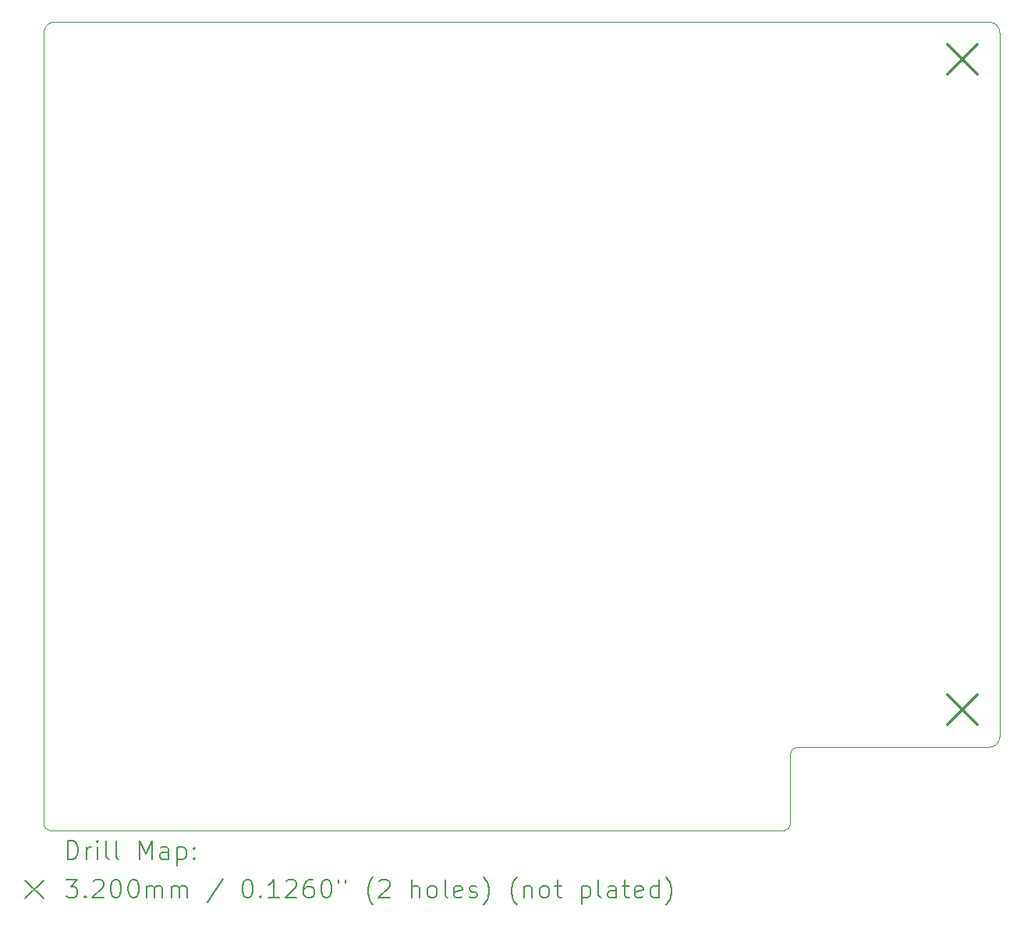
<source format=gbr>
%TF.GenerationSoftware,KiCad,Pcbnew,7.0.6*%
%TF.CreationDate,2023-08-29T13:14:26+02:00*%
%TF.ProjectId,ps2_mouse_to_serial_port_adapter_ISA_card,7073325f-6d6f-4757-9365-5f746f5f7365,rev?*%
%TF.SameCoordinates,Original*%
%TF.FileFunction,Drillmap*%
%TF.FilePolarity,Positive*%
%FSLAX45Y45*%
G04 Gerber Fmt 4.5, Leading zero omitted, Abs format (unit mm)*
G04 Created by KiCad (PCBNEW 7.0.6) date 2023-08-29 13:14:26*
%MOMM*%
%LPD*%
G01*
G04 APERTURE LIST*
%ADD10C,0.050000*%
%ADD11C,0.200000*%
%ADD12C,0.320000*%
G04 APERTURE END LIST*
D10*
X1282700Y-9982200D02*
G75*
G03*
X1346200Y-10045700I63500J0D01*
G01*
X1397000Y-1270000D02*
X11544300Y-1270000D01*
X11658600Y-1384300D02*
X11658600Y-9029700D01*
X1397000Y-1270000D02*
G75*
G03*
X1282700Y-1384300I0J-114300D01*
G01*
X11544300Y-9144000D02*
G75*
G03*
X11658600Y-9029700I0J114300D01*
G01*
X9321800Y-10045700D02*
G75*
G03*
X9385300Y-9982200I0J63500D01*
G01*
X9461500Y-9144000D02*
G75*
G03*
X9385300Y-9220200I0J-76200D01*
G01*
X11658600Y-1384300D02*
G75*
G03*
X11544300Y-1270000I-114300J0D01*
G01*
X9321800Y-10045700D02*
X1346200Y-10045700D01*
X9461500Y-9144000D02*
X11544300Y-9144000D01*
X9385300Y-9220200D02*
X9385300Y-9982200D01*
X1282700Y-9982200D02*
X1282700Y-1384300D01*
D11*
D12*
X11092200Y-1516400D02*
X11412200Y-1836400D01*
X11412200Y-1516400D02*
X11092200Y-1836400D01*
X11092200Y-8577600D02*
X11412200Y-8897600D01*
X11412200Y-8577600D02*
X11092200Y-8897600D01*
D11*
X1540977Y-10359684D02*
X1540977Y-10159684D01*
X1540977Y-10159684D02*
X1588596Y-10159684D01*
X1588596Y-10159684D02*
X1617167Y-10169208D01*
X1617167Y-10169208D02*
X1636215Y-10188255D01*
X1636215Y-10188255D02*
X1645739Y-10207303D01*
X1645739Y-10207303D02*
X1655262Y-10245398D01*
X1655262Y-10245398D02*
X1655262Y-10273970D01*
X1655262Y-10273970D02*
X1645739Y-10312065D01*
X1645739Y-10312065D02*
X1636215Y-10331112D01*
X1636215Y-10331112D02*
X1617167Y-10350160D01*
X1617167Y-10350160D02*
X1588596Y-10359684D01*
X1588596Y-10359684D02*
X1540977Y-10359684D01*
X1740977Y-10359684D02*
X1740977Y-10226350D01*
X1740977Y-10264446D02*
X1750501Y-10245398D01*
X1750501Y-10245398D02*
X1760024Y-10235874D01*
X1760024Y-10235874D02*
X1779072Y-10226350D01*
X1779072Y-10226350D02*
X1798120Y-10226350D01*
X1864786Y-10359684D02*
X1864786Y-10226350D01*
X1864786Y-10159684D02*
X1855262Y-10169208D01*
X1855262Y-10169208D02*
X1864786Y-10178731D01*
X1864786Y-10178731D02*
X1874310Y-10169208D01*
X1874310Y-10169208D02*
X1864786Y-10159684D01*
X1864786Y-10159684D02*
X1864786Y-10178731D01*
X1988596Y-10359684D02*
X1969548Y-10350160D01*
X1969548Y-10350160D02*
X1960024Y-10331112D01*
X1960024Y-10331112D02*
X1960024Y-10159684D01*
X2093358Y-10359684D02*
X2074310Y-10350160D01*
X2074310Y-10350160D02*
X2064786Y-10331112D01*
X2064786Y-10331112D02*
X2064786Y-10159684D01*
X2321929Y-10359684D02*
X2321929Y-10159684D01*
X2321929Y-10159684D02*
X2388596Y-10302541D01*
X2388596Y-10302541D02*
X2455263Y-10159684D01*
X2455263Y-10159684D02*
X2455263Y-10359684D01*
X2636215Y-10359684D02*
X2636215Y-10254922D01*
X2636215Y-10254922D02*
X2626691Y-10235874D01*
X2626691Y-10235874D02*
X2607644Y-10226350D01*
X2607644Y-10226350D02*
X2569548Y-10226350D01*
X2569548Y-10226350D02*
X2550501Y-10235874D01*
X2636215Y-10350160D02*
X2617167Y-10359684D01*
X2617167Y-10359684D02*
X2569548Y-10359684D01*
X2569548Y-10359684D02*
X2550501Y-10350160D01*
X2550501Y-10350160D02*
X2540977Y-10331112D01*
X2540977Y-10331112D02*
X2540977Y-10312065D01*
X2540977Y-10312065D02*
X2550501Y-10293017D01*
X2550501Y-10293017D02*
X2569548Y-10283493D01*
X2569548Y-10283493D02*
X2617167Y-10283493D01*
X2617167Y-10283493D02*
X2636215Y-10273970D01*
X2731453Y-10226350D02*
X2731453Y-10426350D01*
X2731453Y-10235874D02*
X2750501Y-10226350D01*
X2750501Y-10226350D02*
X2788596Y-10226350D01*
X2788596Y-10226350D02*
X2807643Y-10235874D01*
X2807643Y-10235874D02*
X2817167Y-10245398D01*
X2817167Y-10245398D02*
X2826691Y-10264446D01*
X2826691Y-10264446D02*
X2826691Y-10321589D01*
X2826691Y-10321589D02*
X2817167Y-10340636D01*
X2817167Y-10340636D02*
X2807643Y-10350160D01*
X2807643Y-10350160D02*
X2788596Y-10359684D01*
X2788596Y-10359684D02*
X2750501Y-10359684D01*
X2750501Y-10359684D02*
X2731453Y-10350160D01*
X2912405Y-10340636D02*
X2921929Y-10350160D01*
X2921929Y-10350160D02*
X2912405Y-10359684D01*
X2912405Y-10359684D02*
X2902882Y-10350160D01*
X2902882Y-10350160D02*
X2912405Y-10340636D01*
X2912405Y-10340636D02*
X2912405Y-10359684D01*
X2912405Y-10235874D02*
X2921929Y-10245398D01*
X2921929Y-10245398D02*
X2912405Y-10254922D01*
X2912405Y-10254922D02*
X2902882Y-10245398D01*
X2902882Y-10245398D02*
X2912405Y-10235874D01*
X2912405Y-10235874D02*
X2912405Y-10254922D01*
X1080200Y-10588200D02*
X1280200Y-10788200D01*
X1280200Y-10588200D02*
X1080200Y-10788200D01*
X1521929Y-10579684D02*
X1645739Y-10579684D01*
X1645739Y-10579684D02*
X1579072Y-10655874D01*
X1579072Y-10655874D02*
X1607643Y-10655874D01*
X1607643Y-10655874D02*
X1626691Y-10665398D01*
X1626691Y-10665398D02*
X1636215Y-10674922D01*
X1636215Y-10674922D02*
X1645739Y-10693970D01*
X1645739Y-10693970D02*
X1645739Y-10741589D01*
X1645739Y-10741589D02*
X1636215Y-10760636D01*
X1636215Y-10760636D02*
X1626691Y-10770160D01*
X1626691Y-10770160D02*
X1607643Y-10779684D01*
X1607643Y-10779684D02*
X1550501Y-10779684D01*
X1550501Y-10779684D02*
X1531453Y-10770160D01*
X1531453Y-10770160D02*
X1521929Y-10760636D01*
X1731453Y-10760636D02*
X1740977Y-10770160D01*
X1740977Y-10770160D02*
X1731453Y-10779684D01*
X1731453Y-10779684D02*
X1721929Y-10770160D01*
X1721929Y-10770160D02*
X1731453Y-10760636D01*
X1731453Y-10760636D02*
X1731453Y-10779684D01*
X1817167Y-10598731D02*
X1826691Y-10589208D01*
X1826691Y-10589208D02*
X1845739Y-10579684D01*
X1845739Y-10579684D02*
X1893358Y-10579684D01*
X1893358Y-10579684D02*
X1912405Y-10589208D01*
X1912405Y-10589208D02*
X1921929Y-10598731D01*
X1921929Y-10598731D02*
X1931453Y-10617779D01*
X1931453Y-10617779D02*
X1931453Y-10636827D01*
X1931453Y-10636827D02*
X1921929Y-10665398D01*
X1921929Y-10665398D02*
X1807643Y-10779684D01*
X1807643Y-10779684D02*
X1931453Y-10779684D01*
X2055262Y-10579684D02*
X2074310Y-10579684D01*
X2074310Y-10579684D02*
X2093358Y-10589208D01*
X2093358Y-10589208D02*
X2102882Y-10598731D01*
X2102882Y-10598731D02*
X2112405Y-10617779D01*
X2112405Y-10617779D02*
X2121929Y-10655874D01*
X2121929Y-10655874D02*
X2121929Y-10703493D01*
X2121929Y-10703493D02*
X2112405Y-10741589D01*
X2112405Y-10741589D02*
X2102882Y-10760636D01*
X2102882Y-10760636D02*
X2093358Y-10770160D01*
X2093358Y-10770160D02*
X2074310Y-10779684D01*
X2074310Y-10779684D02*
X2055262Y-10779684D01*
X2055262Y-10779684D02*
X2036215Y-10770160D01*
X2036215Y-10770160D02*
X2026691Y-10760636D01*
X2026691Y-10760636D02*
X2017167Y-10741589D01*
X2017167Y-10741589D02*
X2007643Y-10703493D01*
X2007643Y-10703493D02*
X2007643Y-10655874D01*
X2007643Y-10655874D02*
X2017167Y-10617779D01*
X2017167Y-10617779D02*
X2026691Y-10598731D01*
X2026691Y-10598731D02*
X2036215Y-10589208D01*
X2036215Y-10589208D02*
X2055262Y-10579684D01*
X2245739Y-10579684D02*
X2264786Y-10579684D01*
X2264786Y-10579684D02*
X2283834Y-10589208D01*
X2283834Y-10589208D02*
X2293358Y-10598731D01*
X2293358Y-10598731D02*
X2302882Y-10617779D01*
X2302882Y-10617779D02*
X2312405Y-10655874D01*
X2312405Y-10655874D02*
X2312405Y-10703493D01*
X2312405Y-10703493D02*
X2302882Y-10741589D01*
X2302882Y-10741589D02*
X2293358Y-10760636D01*
X2293358Y-10760636D02*
X2283834Y-10770160D01*
X2283834Y-10770160D02*
X2264786Y-10779684D01*
X2264786Y-10779684D02*
X2245739Y-10779684D01*
X2245739Y-10779684D02*
X2226691Y-10770160D01*
X2226691Y-10770160D02*
X2217167Y-10760636D01*
X2217167Y-10760636D02*
X2207644Y-10741589D01*
X2207644Y-10741589D02*
X2198120Y-10703493D01*
X2198120Y-10703493D02*
X2198120Y-10655874D01*
X2198120Y-10655874D02*
X2207644Y-10617779D01*
X2207644Y-10617779D02*
X2217167Y-10598731D01*
X2217167Y-10598731D02*
X2226691Y-10589208D01*
X2226691Y-10589208D02*
X2245739Y-10579684D01*
X2398120Y-10779684D02*
X2398120Y-10646350D01*
X2398120Y-10665398D02*
X2407644Y-10655874D01*
X2407644Y-10655874D02*
X2426691Y-10646350D01*
X2426691Y-10646350D02*
X2455263Y-10646350D01*
X2455263Y-10646350D02*
X2474310Y-10655874D01*
X2474310Y-10655874D02*
X2483834Y-10674922D01*
X2483834Y-10674922D02*
X2483834Y-10779684D01*
X2483834Y-10674922D02*
X2493358Y-10655874D01*
X2493358Y-10655874D02*
X2512405Y-10646350D01*
X2512405Y-10646350D02*
X2540977Y-10646350D01*
X2540977Y-10646350D02*
X2560025Y-10655874D01*
X2560025Y-10655874D02*
X2569548Y-10674922D01*
X2569548Y-10674922D02*
X2569548Y-10779684D01*
X2664786Y-10779684D02*
X2664786Y-10646350D01*
X2664786Y-10665398D02*
X2674310Y-10655874D01*
X2674310Y-10655874D02*
X2693358Y-10646350D01*
X2693358Y-10646350D02*
X2721929Y-10646350D01*
X2721929Y-10646350D02*
X2740977Y-10655874D01*
X2740977Y-10655874D02*
X2750501Y-10674922D01*
X2750501Y-10674922D02*
X2750501Y-10779684D01*
X2750501Y-10674922D02*
X2760025Y-10655874D01*
X2760025Y-10655874D02*
X2779072Y-10646350D01*
X2779072Y-10646350D02*
X2807643Y-10646350D01*
X2807643Y-10646350D02*
X2826691Y-10655874D01*
X2826691Y-10655874D02*
X2836215Y-10674922D01*
X2836215Y-10674922D02*
X2836215Y-10779684D01*
X3226691Y-10570160D02*
X3055263Y-10827303D01*
X3483834Y-10579684D02*
X3502882Y-10579684D01*
X3502882Y-10579684D02*
X3521929Y-10589208D01*
X3521929Y-10589208D02*
X3531453Y-10598731D01*
X3531453Y-10598731D02*
X3540977Y-10617779D01*
X3540977Y-10617779D02*
X3550501Y-10655874D01*
X3550501Y-10655874D02*
X3550501Y-10703493D01*
X3550501Y-10703493D02*
X3540977Y-10741589D01*
X3540977Y-10741589D02*
X3531453Y-10760636D01*
X3531453Y-10760636D02*
X3521929Y-10770160D01*
X3521929Y-10770160D02*
X3502882Y-10779684D01*
X3502882Y-10779684D02*
X3483834Y-10779684D01*
X3483834Y-10779684D02*
X3464786Y-10770160D01*
X3464786Y-10770160D02*
X3455263Y-10760636D01*
X3455263Y-10760636D02*
X3445739Y-10741589D01*
X3445739Y-10741589D02*
X3436215Y-10703493D01*
X3436215Y-10703493D02*
X3436215Y-10655874D01*
X3436215Y-10655874D02*
X3445739Y-10617779D01*
X3445739Y-10617779D02*
X3455263Y-10598731D01*
X3455263Y-10598731D02*
X3464786Y-10589208D01*
X3464786Y-10589208D02*
X3483834Y-10579684D01*
X3636215Y-10760636D02*
X3645739Y-10770160D01*
X3645739Y-10770160D02*
X3636215Y-10779684D01*
X3636215Y-10779684D02*
X3626691Y-10770160D01*
X3626691Y-10770160D02*
X3636215Y-10760636D01*
X3636215Y-10760636D02*
X3636215Y-10779684D01*
X3836215Y-10779684D02*
X3721929Y-10779684D01*
X3779072Y-10779684D02*
X3779072Y-10579684D01*
X3779072Y-10579684D02*
X3760025Y-10608255D01*
X3760025Y-10608255D02*
X3740977Y-10627303D01*
X3740977Y-10627303D02*
X3721929Y-10636827D01*
X3912406Y-10598731D02*
X3921929Y-10589208D01*
X3921929Y-10589208D02*
X3940977Y-10579684D01*
X3940977Y-10579684D02*
X3988596Y-10579684D01*
X3988596Y-10579684D02*
X4007644Y-10589208D01*
X4007644Y-10589208D02*
X4017167Y-10598731D01*
X4017167Y-10598731D02*
X4026691Y-10617779D01*
X4026691Y-10617779D02*
X4026691Y-10636827D01*
X4026691Y-10636827D02*
X4017167Y-10665398D01*
X4017167Y-10665398D02*
X3902882Y-10779684D01*
X3902882Y-10779684D02*
X4026691Y-10779684D01*
X4198120Y-10579684D02*
X4160025Y-10579684D01*
X4160025Y-10579684D02*
X4140977Y-10589208D01*
X4140977Y-10589208D02*
X4131453Y-10598731D01*
X4131453Y-10598731D02*
X4112406Y-10627303D01*
X4112406Y-10627303D02*
X4102882Y-10665398D01*
X4102882Y-10665398D02*
X4102882Y-10741589D01*
X4102882Y-10741589D02*
X4112406Y-10760636D01*
X4112406Y-10760636D02*
X4121929Y-10770160D01*
X4121929Y-10770160D02*
X4140977Y-10779684D01*
X4140977Y-10779684D02*
X4179072Y-10779684D01*
X4179072Y-10779684D02*
X4198120Y-10770160D01*
X4198120Y-10770160D02*
X4207644Y-10760636D01*
X4207644Y-10760636D02*
X4217168Y-10741589D01*
X4217168Y-10741589D02*
X4217168Y-10693970D01*
X4217168Y-10693970D02*
X4207644Y-10674922D01*
X4207644Y-10674922D02*
X4198120Y-10665398D01*
X4198120Y-10665398D02*
X4179072Y-10655874D01*
X4179072Y-10655874D02*
X4140977Y-10655874D01*
X4140977Y-10655874D02*
X4121929Y-10665398D01*
X4121929Y-10665398D02*
X4112406Y-10674922D01*
X4112406Y-10674922D02*
X4102882Y-10693970D01*
X4340977Y-10579684D02*
X4360025Y-10579684D01*
X4360025Y-10579684D02*
X4379072Y-10589208D01*
X4379072Y-10589208D02*
X4388596Y-10598731D01*
X4388596Y-10598731D02*
X4398120Y-10617779D01*
X4398120Y-10617779D02*
X4407644Y-10655874D01*
X4407644Y-10655874D02*
X4407644Y-10703493D01*
X4407644Y-10703493D02*
X4398120Y-10741589D01*
X4398120Y-10741589D02*
X4388596Y-10760636D01*
X4388596Y-10760636D02*
X4379072Y-10770160D01*
X4379072Y-10770160D02*
X4360025Y-10779684D01*
X4360025Y-10779684D02*
X4340977Y-10779684D01*
X4340977Y-10779684D02*
X4321929Y-10770160D01*
X4321929Y-10770160D02*
X4312406Y-10760636D01*
X4312406Y-10760636D02*
X4302882Y-10741589D01*
X4302882Y-10741589D02*
X4293358Y-10703493D01*
X4293358Y-10703493D02*
X4293358Y-10655874D01*
X4293358Y-10655874D02*
X4302882Y-10617779D01*
X4302882Y-10617779D02*
X4312406Y-10598731D01*
X4312406Y-10598731D02*
X4321929Y-10589208D01*
X4321929Y-10589208D02*
X4340977Y-10579684D01*
X4483834Y-10579684D02*
X4483834Y-10617779D01*
X4560025Y-10579684D02*
X4560025Y-10617779D01*
X4855263Y-10855874D02*
X4845739Y-10846350D01*
X4845739Y-10846350D02*
X4826691Y-10817779D01*
X4826691Y-10817779D02*
X4817168Y-10798731D01*
X4817168Y-10798731D02*
X4807644Y-10770160D01*
X4807644Y-10770160D02*
X4798120Y-10722541D01*
X4798120Y-10722541D02*
X4798120Y-10684446D01*
X4798120Y-10684446D02*
X4807644Y-10636827D01*
X4807644Y-10636827D02*
X4817168Y-10608255D01*
X4817168Y-10608255D02*
X4826691Y-10589208D01*
X4826691Y-10589208D02*
X4845739Y-10560636D01*
X4845739Y-10560636D02*
X4855263Y-10551112D01*
X4921930Y-10598731D02*
X4931453Y-10589208D01*
X4931453Y-10589208D02*
X4950501Y-10579684D01*
X4950501Y-10579684D02*
X4998120Y-10579684D01*
X4998120Y-10579684D02*
X5017168Y-10589208D01*
X5017168Y-10589208D02*
X5026691Y-10598731D01*
X5026691Y-10598731D02*
X5036215Y-10617779D01*
X5036215Y-10617779D02*
X5036215Y-10636827D01*
X5036215Y-10636827D02*
X5026691Y-10665398D01*
X5026691Y-10665398D02*
X4912406Y-10779684D01*
X4912406Y-10779684D02*
X5036215Y-10779684D01*
X5274311Y-10779684D02*
X5274311Y-10579684D01*
X5360025Y-10779684D02*
X5360025Y-10674922D01*
X5360025Y-10674922D02*
X5350501Y-10655874D01*
X5350501Y-10655874D02*
X5331453Y-10646350D01*
X5331453Y-10646350D02*
X5302882Y-10646350D01*
X5302882Y-10646350D02*
X5283834Y-10655874D01*
X5283834Y-10655874D02*
X5274311Y-10665398D01*
X5483834Y-10779684D02*
X5464787Y-10770160D01*
X5464787Y-10770160D02*
X5455263Y-10760636D01*
X5455263Y-10760636D02*
X5445739Y-10741589D01*
X5445739Y-10741589D02*
X5445739Y-10684446D01*
X5445739Y-10684446D02*
X5455263Y-10665398D01*
X5455263Y-10665398D02*
X5464787Y-10655874D01*
X5464787Y-10655874D02*
X5483834Y-10646350D01*
X5483834Y-10646350D02*
X5512406Y-10646350D01*
X5512406Y-10646350D02*
X5531453Y-10655874D01*
X5531453Y-10655874D02*
X5540977Y-10665398D01*
X5540977Y-10665398D02*
X5550501Y-10684446D01*
X5550501Y-10684446D02*
X5550501Y-10741589D01*
X5550501Y-10741589D02*
X5540977Y-10760636D01*
X5540977Y-10760636D02*
X5531453Y-10770160D01*
X5531453Y-10770160D02*
X5512406Y-10779684D01*
X5512406Y-10779684D02*
X5483834Y-10779684D01*
X5664787Y-10779684D02*
X5645739Y-10770160D01*
X5645739Y-10770160D02*
X5636215Y-10751112D01*
X5636215Y-10751112D02*
X5636215Y-10579684D01*
X5817168Y-10770160D02*
X5798120Y-10779684D01*
X5798120Y-10779684D02*
X5760025Y-10779684D01*
X5760025Y-10779684D02*
X5740977Y-10770160D01*
X5740977Y-10770160D02*
X5731453Y-10751112D01*
X5731453Y-10751112D02*
X5731453Y-10674922D01*
X5731453Y-10674922D02*
X5740977Y-10655874D01*
X5740977Y-10655874D02*
X5760025Y-10646350D01*
X5760025Y-10646350D02*
X5798120Y-10646350D01*
X5798120Y-10646350D02*
X5817168Y-10655874D01*
X5817168Y-10655874D02*
X5826691Y-10674922D01*
X5826691Y-10674922D02*
X5826691Y-10693970D01*
X5826691Y-10693970D02*
X5731453Y-10713017D01*
X5902882Y-10770160D02*
X5921930Y-10779684D01*
X5921930Y-10779684D02*
X5960025Y-10779684D01*
X5960025Y-10779684D02*
X5979072Y-10770160D01*
X5979072Y-10770160D02*
X5988596Y-10751112D01*
X5988596Y-10751112D02*
X5988596Y-10741589D01*
X5988596Y-10741589D02*
X5979072Y-10722541D01*
X5979072Y-10722541D02*
X5960025Y-10713017D01*
X5960025Y-10713017D02*
X5931453Y-10713017D01*
X5931453Y-10713017D02*
X5912406Y-10703493D01*
X5912406Y-10703493D02*
X5902882Y-10684446D01*
X5902882Y-10684446D02*
X5902882Y-10674922D01*
X5902882Y-10674922D02*
X5912406Y-10655874D01*
X5912406Y-10655874D02*
X5931453Y-10646350D01*
X5931453Y-10646350D02*
X5960025Y-10646350D01*
X5960025Y-10646350D02*
X5979072Y-10655874D01*
X6055263Y-10855874D02*
X6064787Y-10846350D01*
X6064787Y-10846350D02*
X6083834Y-10817779D01*
X6083834Y-10817779D02*
X6093358Y-10798731D01*
X6093358Y-10798731D02*
X6102882Y-10770160D01*
X6102882Y-10770160D02*
X6112406Y-10722541D01*
X6112406Y-10722541D02*
X6112406Y-10684446D01*
X6112406Y-10684446D02*
X6102882Y-10636827D01*
X6102882Y-10636827D02*
X6093358Y-10608255D01*
X6093358Y-10608255D02*
X6083834Y-10589208D01*
X6083834Y-10589208D02*
X6064787Y-10560636D01*
X6064787Y-10560636D02*
X6055263Y-10551112D01*
X6417168Y-10855874D02*
X6407644Y-10846350D01*
X6407644Y-10846350D02*
X6388596Y-10817779D01*
X6388596Y-10817779D02*
X6379072Y-10798731D01*
X6379072Y-10798731D02*
X6369549Y-10770160D01*
X6369549Y-10770160D02*
X6360025Y-10722541D01*
X6360025Y-10722541D02*
X6360025Y-10684446D01*
X6360025Y-10684446D02*
X6369549Y-10636827D01*
X6369549Y-10636827D02*
X6379072Y-10608255D01*
X6379072Y-10608255D02*
X6388596Y-10589208D01*
X6388596Y-10589208D02*
X6407644Y-10560636D01*
X6407644Y-10560636D02*
X6417168Y-10551112D01*
X6493358Y-10646350D02*
X6493358Y-10779684D01*
X6493358Y-10665398D02*
X6502882Y-10655874D01*
X6502882Y-10655874D02*
X6521930Y-10646350D01*
X6521930Y-10646350D02*
X6550501Y-10646350D01*
X6550501Y-10646350D02*
X6569549Y-10655874D01*
X6569549Y-10655874D02*
X6579072Y-10674922D01*
X6579072Y-10674922D02*
X6579072Y-10779684D01*
X6702882Y-10779684D02*
X6683834Y-10770160D01*
X6683834Y-10770160D02*
X6674311Y-10760636D01*
X6674311Y-10760636D02*
X6664787Y-10741589D01*
X6664787Y-10741589D02*
X6664787Y-10684446D01*
X6664787Y-10684446D02*
X6674311Y-10665398D01*
X6674311Y-10665398D02*
X6683834Y-10655874D01*
X6683834Y-10655874D02*
X6702882Y-10646350D01*
X6702882Y-10646350D02*
X6731453Y-10646350D01*
X6731453Y-10646350D02*
X6750501Y-10655874D01*
X6750501Y-10655874D02*
X6760025Y-10665398D01*
X6760025Y-10665398D02*
X6769549Y-10684446D01*
X6769549Y-10684446D02*
X6769549Y-10741589D01*
X6769549Y-10741589D02*
X6760025Y-10760636D01*
X6760025Y-10760636D02*
X6750501Y-10770160D01*
X6750501Y-10770160D02*
X6731453Y-10779684D01*
X6731453Y-10779684D02*
X6702882Y-10779684D01*
X6826692Y-10646350D02*
X6902882Y-10646350D01*
X6855263Y-10579684D02*
X6855263Y-10751112D01*
X6855263Y-10751112D02*
X6864787Y-10770160D01*
X6864787Y-10770160D02*
X6883834Y-10779684D01*
X6883834Y-10779684D02*
X6902882Y-10779684D01*
X7121930Y-10646350D02*
X7121930Y-10846350D01*
X7121930Y-10655874D02*
X7140977Y-10646350D01*
X7140977Y-10646350D02*
X7179073Y-10646350D01*
X7179073Y-10646350D02*
X7198120Y-10655874D01*
X7198120Y-10655874D02*
X7207644Y-10665398D01*
X7207644Y-10665398D02*
X7217168Y-10684446D01*
X7217168Y-10684446D02*
X7217168Y-10741589D01*
X7217168Y-10741589D02*
X7207644Y-10760636D01*
X7207644Y-10760636D02*
X7198120Y-10770160D01*
X7198120Y-10770160D02*
X7179073Y-10779684D01*
X7179073Y-10779684D02*
X7140977Y-10779684D01*
X7140977Y-10779684D02*
X7121930Y-10770160D01*
X7331453Y-10779684D02*
X7312406Y-10770160D01*
X7312406Y-10770160D02*
X7302882Y-10751112D01*
X7302882Y-10751112D02*
X7302882Y-10579684D01*
X7493358Y-10779684D02*
X7493358Y-10674922D01*
X7493358Y-10674922D02*
X7483834Y-10655874D01*
X7483834Y-10655874D02*
X7464787Y-10646350D01*
X7464787Y-10646350D02*
X7426692Y-10646350D01*
X7426692Y-10646350D02*
X7407644Y-10655874D01*
X7493358Y-10770160D02*
X7474311Y-10779684D01*
X7474311Y-10779684D02*
X7426692Y-10779684D01*
X7426692Y-10779684D02*
X7407644Y-10770160D01*
X7407644Y-10770160D02*
X7398120Y-10751112D01*
X7398120Y-10751112D02*
X7398120Y-10732065D01*
X7398120Y-10732065D02*
X7407644Y-10713017D01*
X7407644Y-10713017D02*
X7426692Y-10703493D01*
X7426692Y-10703493D02*
X7474311Y-10703493D01*
X7474311Y-10703493D02*
X7493358Y-10693970D01*
X7560025Y-10646350D02*
X7636215Y-10646350D01*
X7588596Y-10579684D02*
X7588596Y-10751112D01*
X7588596Y-10751112D02*
X7598120Y-10770160D01*
X7598120Y-10770160D02*
X7617168Y-10779684D01*
X7617168Y-10779684D02*
X7636215Y-10779684D01*
X7779073Y-10770160D02*
X7760025Y-10779684D01*
X7760025Y-10779684D02*
X7721930Y-10779684D01*
X7721930Y-10779684D02*
X7702882Y-10770160D01*
X7702882Y-10770160D02*
X7693358Y-10751112D01*
X7693358Y-10751112D02*
X7693358Y-10674922D01*
X7693358Y-10674922D02*
X7702882Y-10655874D01*
X7702882Y-10655874D02*
X7721930Y-10646350D01*
X7721930Y-10646350D02*
X7760025Y-10646350D01*
X7760025Y-10646350D02*
X7779073Y-10655874D01*
X7779073Y-10655874D02*
X7788596Y-10674922D01*
X7788596Y-10674922D02*
X7788596Y-10693970D01*
X7788596Y-10693970D02*
X7693358Y-10713017D01*
X7960025Y-10779684D02*
X7960025Y-10579684D01*
X7960025Y-10770160D02*
X7940977Y-10779684D01*
X7940977Y-10779684D02*
X7902882Y-10779684D01*
X7902882Y-10779684D02*
X7883834Y-10770160D01*
X7883834Y-10770160D02*
X7874311Y-10760636D01*
X7874311Y-10760636D02*
X7864787Y-10741589D01*
X7864787Y-10741589D02*
X7864787Y-10684446D01*
X7864787Y-10684446D02*
X7874311Y-10665398D01*
X7874311Y-10665398D02*
X7883834Y-10655874D01*
X7883834Y-10655874D02*
X7902882Y-10646350D01*
X7902882Y-10646350D02*
X7940977Y-10646350D01*
X7940977Y-10646350D02*
X7960025Y-10655874D01*
X8036215Y-10855874D02*
X8045739Y-10846350D01*
X8045739Y-10846350D02*
X8064787Y-10817779D01*
X8064787Y-10817779D02*
X8074311Y-10798731D01*
X8074311Y-10798731D02*
X8083834Y-10770160D01*
X8083834Y-10770160D02*
X8093358Y-10722541D01*
X8093358Y-10722541D02*
X8093358Y-10684446D01*
X8093358Y-10684446D02*
X8083834Y-10636827D01*
X8083834Y-10636827D02*
X8074311Y-10608255D01*
X8074311Y-10608255D02*
X8064787Y-10589208D01*
X8064787Y-10589208D02*
X8045739Y-10560636D01*
X8045739Y-10560636D02*
X8036215Y-10551112D01*
M02*

</source>
